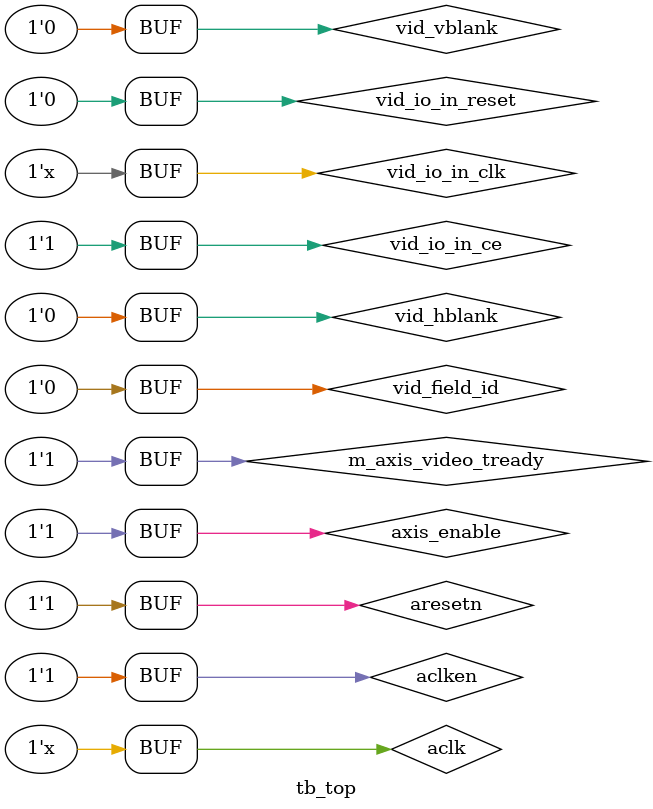
<source format=v>
`timescale 1ns / 1ps

module tb_top();

reg vid_io_in_clk;//  input wire vid_io_in_clk,
reg vid_io_in_ce;  //input wire vid_io_in_ce,
reg vid_io_in_reset;  //input wire vid_io_in_reset,
reg vid_active_video;  //input wire vid_active_video,//
reg vid_vblank;//  input wire vid_vblank,
reg vid_hblank;//  input wire vid_hblank,
reg vid_vsync;  //input wire vid_vsync, //
reg vid_hsync;  //input wire vid_hsync, //
reg vid_field_id;  //input wire vid_field_id,
reg [23 : 0] vid_data;  //input wire [23 : 0] vid_data, //

reg aclk;  //input wire aclk,
reg aclken;  //input wire aclken,
reg aresetn;  //input wire aresetn,
wire [23 : 0] m_axis_video_tdata;
wire m_axis_video_tvalid;
reg m_axis_video_tready;//  input wire m_axis_video_tready,
wire m_axis_video_tuser;
wire m_axis_video_tlast;
wire fid;
wire vtd_active_video;
wire vtd_vblank;
wire vtd_hblank;
wire vtd_vsync;
wire vtd_hsync;
wire vtd_field_id;
wire overflow;
wire underflow;
reg axis_enable;  //input wire axis_enable
  
initial begin
    vid_io_in_clk = 0;
    vid_io_in_ce = 0;
    vid_io_in_reset = 0;
    vid_vblank = 0;
    vid_hblank = 0;
//    vid_hsync = 0;
    vid_field_id = 0;
    #5000;
    vid_io_in_ce = 1;
end
always #25 vid_io_in_clk = ~vid_io_in_clk;

initial begin
    aclk = 0;
    aclken = 0;
    aresetn = 0;
    m_axis_video_tready = 0;
    axis_enable = 0;
    #500;
    aclken = 1;
    aresetn = 1;
    m_axis_video_tready = 1;
    axis_enable = 1;
end
always # 5 aclk = ~aclk;

reg [15:0] S;
reg [15:0] cnt;
reg [15:0] cnt_h;
reg [15:0] cnt_v;
always@(posedge vid_io_in_clk) begin
    if(!vid_io_in_ce) begin
        vid_active_video <= 0;
        vid_vsync <= 0;
        vid_hsync = 0;
        vid_data <= 0;
        
        S <= 0;
        cnt <= 0;
        cnt_h <= 0;
        cnt_v <= 0;
    end
    else begin
        if(S == 0) begin
            if(cnt == 1000) begin
                S <= 1;
                cnt <= 0;
                vid_vsync <= 1;
            end
            else begin
                cnt <= cnt + 1;
            end
        end
        else if(S == 1) begin
            if(cnt == 250) begin
                S <= 2;
                cnt <= 0;
                vid_hsync <= 0;
            end
            else begin
                cnt <= cnt + 1;
            end
        end
        else if(S == 2) begin
            if(cnt == 50) begin
                S <= 3;
                cnt <= 0;
            end
            else begin
                cnt <= cnt + 1;
            end
        end
        else if(S == 3) begin
            if(cnt_h == 16) begin
                S <= 4;
                cnt_h <= 0;
                vid_active_video <= 0;
            end
            else begin
                cnt_h <= cnt_h + 1;
                vid_active_video <= 1;
                vid_data <= vid_data + 1;
            end
        end
        else if(S == 4) begin
            if(cnt == 50) begin
                cnt <= 0;
                vid_hsync <= 0;
                if(cnt_v == 16) begin
                    S <= 5;
                    cnt_v <= 0;
                end
                else begin
                    S <= 1;
                    cnt_v <= cnt_v + 1;
                end
            end
            else begin
                cnt <= cnt + 1;
            end
        end
        else if(S == 5) begin
            if(cnt == 250) begin
                S <= 0;
                cnt <= 0;
                vid_vsync <= 0;
            end
            else begin
                cnt <= cnt + 1;
            end
        end
    end 
end


top uut (
  .vid_io_in_clk(vid_io_in_clk),              // input wire vid_io_in_clk
  .vid_io_in_ce(vid_io_in_ce),                // input wire vid_io_in_ce
  .vid_io_in_reset(0),          // input wire vid_io_in_reset
  .vid_active_video(vid_active_video),        // input wire vid_active_video
  .vid_vblank(0),                    // input wire vid_vblank
  .vid_hblank(0),                    // input wire vid_hblank
  .vid_vsync(~vid_vsync),                      // input wire vid_vsync
  .vid_hsync(0),                      // input wire vid_hsync
  .vid_field_id(0),                // input wire vid_field_id
  .vid_data(vid_data),                        // input wire [23 : 0] vid_data
  .aclk(aclk),                                // input wire aclk
  .aclken(aclken),                            // input wire aclken
  .aresetn(aresetn),                          // input wire aresetn
  .m_axis_video_tdata(m_axis_video_tdata),    // output wire [23 : 0] m_axis_video_tdata
  .m_axis_video_tvalid(m_axis_video_tvalid),  // output wire m_axis_video_tvalid
  .m_axis_video_tready(m_axis_video_tready),  // input wire m_axis_video_tready
  .m_axis_video_tuser(m_axis_video_tuser),    // output wire m_axis_video_tuser
  .m_axis_video_tlast(m_axis_video_tlast),    // output wire m_axis_video_tlast
  .fid(fid),                                  // output wire fid
  .vtd_active_video(vtd_active_video),        // output wire vtd_active_video
  .vtd_vblank(vtd_vblank),                    // output wire vtd_vblank
  .vtd_hblank(vtd_hblank),                    // output wire vtd_hblank
  .vtd_vsync(vtd_vsync),                      // output wire vtd_vsync
  .vtd_hsync(vtd_hsync),                      // output wire vtd_hsync
  .vtd_field_id(vtd_field_id),                // output wire vtd_field_id
  .overflow(overflow),                        // output wire overflow
  .underflow(underflow),                      // output wire underflow
  .axis_enable(axis_enable)                  // input wire axis_enable
);
endmodule

</source>
